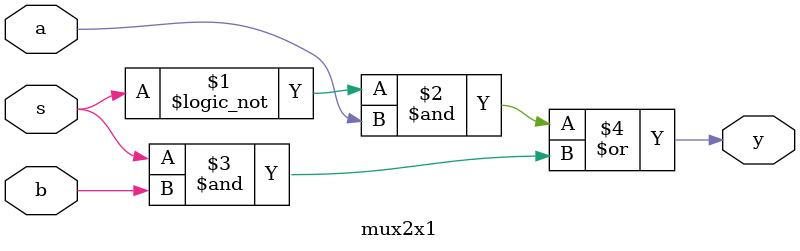
<source format=v>
`timescale 1ns / 1ps
module mux_16x1_using_8x1_2x1(
    input [15:0] i,
    input s0,s1,s2,s3,
    output y
    );

	wire w1,w2;
	
	mux8x1 m1(i[7:0],s0,s1,s2,w1);
	mux8x1 m2(i[15:8],s0,s1,s2,w2);
	
	mux2x1 m3(w1,w2,s3,y);

endmodule

module mux8x1(input [7:0] i,
    input s0,s1,s2,
    output y);

	assign y = ((!s2)&(!s1)&(!s0)&i[0]) |
					((!s2)&(!s1)&(s0)&i[1]) |
					((!s2)&(s1)&(!s0)&i[2]) |
					((!s2)&(s1)&(s0)&i[3]) |
					((s2)&(!s1)&(!s0)&i[4]) |
					((s2)&(!s1)&(s0)&i[5]) |
					((s2)&(s1)&(!s0)&i[6]) |
					((s2)&(s1)&(s0)&i[7]);

endmodule

module mux2x1(a,b,s,y);
	input a,b,s;
	output y;
	
	assign y = !s&a | s&b;
	
endmodule

</source>
